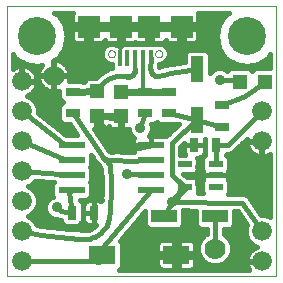
<source format=gtl>
G75*
%MOIN*%
%OFA0B0*%
%FSLAX24Y24*%
%IPPOS*%
%LPD*%
%AMOC8*
5,1,8,0,0,1.08239X$1,22.5*
%
%ADD10C,0.0000*%
%ADD11R,0.0870X0.0240*%
%ADD12R,0.0472X0.0315*%
%ADD13R,0.0420X0.0860*%
%ADD14R,0.0315X0.0472*%
%ADD15R,0.0472X0.0472*%
%ADD16R,0.0472X0.0217*%
%ADD17C,0.1266*%
%ADD18R,0.0906X0.0630*%
%ADD19R,0.0157X0.0531*%
%ADD20R,0.0748X0.0748*%
%ADD21C,0.0660*%
%ADD22R,0.0860X0.0420*%
%ADD23C,0.0700*%
%ADD24C,0.0240*%
%ADD25C,0.0120*%
%ADD26C,0.0356*%
%ADD27C,0.0160*%
%ADD28C,0.0100*%
D10*
X000780Y000742D02*
X000780Y009742D01*
X009768Y009742D01*
X009768Y000742D01*
X000780Y000742D01*
X004156Y008156D02*
X004158Y008177D01*
X004164Y008197D01*
X004173Y008217D01*
X004185Y008234D01*
X004200Y008248D01*
X004218Y008260D01*
X004238Y008268D01*
X004258Y008273D01*
X004279Y008274D01*
X004300Y008271D01*
X004320Y008265D01*
X004339Y008254D01*
X004356Y008241D01*
X004369Y008225D01*
X004380Y008207D01*
X004388Y008187D01*
X004392Y008167D01*
X004392Y008145D01*
X004388Y008125D01*
X004380Y008105D01*
X004369Y008087D01*
X004356Y008071D01*
X004339Y008058D01*
X004320Y008047D01*
X004300Y008041D01*
X004279Y008038D01*
X004258Y008039D01*
X004238Y008044D01*
X004218Y008052D01*
X004200Y008064D01*
X004185Y008078D01*
X004173Y008095D01*
X004164Y008115D01*
X004158Y008135D01*
X004156Y008156D01*
X005730Y008156D02*
X005732Y008177D01*
X005738Y008197D01*
X005747Y008217D01*
X005759Y008234D01*
X005774Y008248D01*
X005792Y008260D01*
X005812Y008268D01*
X005832Y008273D01*
X005853Y008274D01*
X005874Y008271D01*
X005894Y008265D01*
X005913Y008254D01*
X005930Y008241D01*
X005943Y008225D01*
X005954Y008207D01*
X005962Y008187D01*
X005966Y008167D01*
X005966Y008145D01*
X005962Y008125D01*
X005954Y008105D01*
X005943Y008087D01*
X005930Y008071D01*
X005913Y008058D01*
X005894Y008047D01*
X005874Y008041D01*
X005853Y008038D01*
X005832Y008039D01*
X005812Y008044D01*
X005792Y008052D01*
X005774Y008064D01*
X005759Y008078D01*
X005747Y008095D01*
X005738Y008115D01*
X005732Y008135D01*
X005730Y008156D01*
D11*
X005594Y005123D03*
X005594Y004623D03*
X005594Y004123D03*
X005594Y003623D03*
X002944Y003623D03*
X002944Y004123D03*
X002944Y004623D03*
X002944Y005123D03*
D12*
X002980Y006188D03*
X002980Y006896D03*
X005380Y006896D03*
X005380Y006188D03*
X006180Y006188D03*
X006180Y006896D03*
X007943Y006441D03*
X007943Y005733D03*
D13*
X007131Y005953D03*
X007131Y007653D03*
D14*
X007038Y005116D03*
X007747Y005116D03*
X003673Y002856D03*
X002965Y002856D03*
D15*
X003790Y006079D03*
X004580Y006069D03*
X004580Y006895D03*
X003790Y006905D03*
X008546Y007223D03*
X009373Y007223D03*
D16*
X007742Y004475D03*
X007742Y004101D03*
X007742Y003727D03*
X006718Y003727D03*
X006718Y004475D03*
D17*
X008780Y008742D03*
X001780Y008742D03*
D18*
X003950Y001452D03*
X006430Y001452D03*
D19*
X005573Y008008D03*
X005317Y008008D03*
X005061Y008008D03*
X004805Y008008D03*
X004549Y008008D03*
D20*
X004589Y009061D03*
X005533Y009061D03*
X006616Y009061D03*
X003506Y009061D03*
D21*
X001280Y007242D03*
X001280Y006242D03*
X001280Y005242D03*
X001280Y004242D03*
X001280Y003242D03*
X001280Y002242D03*
X001280Y001242D03*
X009280Y001242D03*
X009280Y002242D03*
X009280Y005242D03*
X009280Y006242D03*
D22*
X007730Y002742D03*
X006030Y002742D03*
D23*
X007720Y001662D03*
X002350Y007422D03*
D24*
X002980Y006896D02*
X003790Y006905D01*
X004580Y006895D02*
X005380Y006896D01*
X006180Y006896D01*
X006718Y003727D02*
X006297Y003232D01*
X003950Y001452D02*
X003952Y001425D01*
X003950Y001399D01*
X003944Y001373D01*
X003934Y001348D01*
X003921Y001325D01*
X003905Y001303D01*
X003886Y001285D01*
X003865Y001269D01*
X003841Y001256D01*
X003816Y001247D01*
X003790Y001242D01*
D25*
X005380Y006896D02*
X005330Y006946D01*
X005330Y008008D01*
X005317Y008008D01*
X005061Y008008D02*
X005061Y007653D01*
X005060Y007652D01*
D26*
X005230Y005692D03*
X004218Y005514D03*
X004780Y004142D03*
X006297Y003232D03*
X007228Y003820D03*
X007225Y004371D03*
X007880Y007292D03*
X003318Y002464D03*
X002447Y003035D03*
D27*
X002576Y002906D01*
X002965Y002856D01*
X002865Y003544D01*
X002944Y003623D01*
X003218Y003293D02*
X003466Y003293D01*
X003589Y003416D01*
X003589Y003830D01*
X003546Y003873D01*
X003589Y003916D01*
X003589Y004330D01*
X003546Y004373D01*
X003589Y004416D01*
X003589Y004777D01*
X003736Y004566D01*
X003743Y004547D01*
X003761Y004527D01*
X003774Y004504D01*
X003784Y004497D01*
X003791Y004487D01*
X003807Y004476D01*
X003879Y004398D01*
X003886Y004374D01*
X003886Y004374D01*
X003927Y004327D01*
X003950Y003880D01*
X003955Y003554D01*
X003936Y003239D01*
X003900Y003260D01*
X003855Y003272D01*
X003673Y003272D01*
X003492Y003272D01*
X003446Y003260D01*
X003405Y003236D01*
X003372Y003203D01*
X003348Y003162D01*
X003336Y003116D01*
X003336Y002856D01*
X003336Y002596D01*
X003348Y002550D01*
X003372Y002509D01*
X003405Y002476D01*
X003446Y002452D01*
X003492Y002440D01*
X003673Y002440D01*
X003673Y002856D01*
X003336Y002856D01*
X003673Y002856D01*
X003673Y002856D01*
X003673Y002856D01*
X003673Y003272D01*
X003673Y002856D01*
X003673Y002856D01*
X003730Y003092D01*
X003673Y003120D02*
X003673Y003120D01*
X003673Y002961D02*
X003673Y002961D01*
X003673Y002856D02*
X003673Y002440D01*
X003741Y002440D01*
X003707Y002401D01*
X003527Y002296D01*
X003457Y002274D01*
X002957Y002304D01*
X001873Y002431D01*
X001779Y002448D01*
X001738Y002548D01*
X001586Y002700D01*
X001484Y002742D01*
X001586Y002784D01*
X001738Y002936D01*
X001820Y003135D01*
X001820Y003349D01*
X001738Y003548D01*
X001586Y003700D01*
X001484Y003742D01*
X001586Y003784D01*
X001721Y003920D01*
X002340Y003875D01*
X002342Y003873D01*
X002299Y003830D01*
X002299Y003416D01*
X002315Y003400D01*
X002227Y003364D01*
X002118Y003255D01*
X002059Y003112D01*
X002059Y002958D01*
X002118Y002815D01*
X002227Y002706D01*
X002370Y002647D01*
X002444Y002647D01*
X002448Y002645D01*
X002482Y002626D01*
X002501Y002623D01*
X002518Y002616D01*
X002557Y002616D01*
X002597Y002611D01*
X002597Y002533D01*
X002720Y002410D01*
X003209Y002410D01*
X003332Y002533D01*
X003332Y003179D01*
X003218Y003293D01*
X003233Y003278D02*
X003939Y003278D01*
X003948Y003437D02*
X003589Y003437D01*
X003589Y003595D02*
X003954Y003595D01*
X003952Y003754D02*
X003589Y003754D01*
X003585Y003912D02*
X003949Y003912D01*
X003940Y004071D02*
X003589Y004071D01*
X003589Y004229D02*
X003932Y004229D01*
X003882Y004388D02*
X003560Y004388D01*
X003589Y004546D02*
X003744Y004546D01*
X003639Y004705D02*
X003589Y004705D01*
X003996Y004700D02*
X004140Y004542D01*
X004210Y004462D02*
X004240Y003892D01*
X004780Y004142D02*
X005280Y004142D01*
X005594Y004123D01*
X005594Y003623D02*
X003580Y001242D01*
X003790Y001242D01*
X003580Y001242D02*
X001280Y001242D01*
X001764Y002486D02*
X002644Y002486D01*
X002759Y002327D02*
X003580Y002327D01*
X003673Y002486D02*
X003673Y002486D01*
X003673Y002644D02*
X003673Y002644D01*
X003673Y002803D02*
X003673Y002803D01*
X003336Y002803D02*
X003332Y002803D01*
X003490Y001982D02*
X003548Y001997D01*
X003605Y002015D01*
X003661Y002037D01*
X003716Y002063D01*
X003768Y002091D01*
X003819Y002123D01*
X003868Y002158D01*
X003914Y002196D01*
X003958Y002237D01*
X003999Y002281D01*
X004038Y002327D01*
X004073Y002375D01*
X004106Y002426D01*
X004135Y002478D01*
X004161Y002532D01*
X004609Y002010D02*
X007276Y002010D01*
X007245Y001979D02*
X007160Y001773D01*
X007160Y001551D01*
X007245Y001345D01*
X007403Y001187D01*
X007609Y001102D01*
X007831Y001102D01*
X008037Y001187D01*
X008195Y001345D01*
X008280Y001551D01*
X008280Y001773D01*
X008195Y001979D01*
X008037Y002137D01*
X008020Y002144D01*
X008020Y002322D01*
X008247Y002322D01*
X008370Y002445D01*
X008370Y002906D01*
X008475Y002905D01*
X008783Y002454D01*
X008740Y002349D01*
X008740Y002135D01*
X008822Y001936D01*
X008974Y001784D01*
X009117Y001725D01*
X009084Y001715D01*
X009013Y001678D01*
X008948Y001631D01*
X008891Y001574D01*
X008844Y001509D01*
X008807Y001438D01*
X008783Y001361D01*
X008770Y001282D01*
X008770Y001260D01*
X009262Y001260D01*
X009262Y001224D01*
X008770Y001224D01*
X008770Y001202D01*
X008783Y001123D01*
X008807Y001046D01*
X008844Y000975D01*
X008860Y000952D01*
X004515Y000952D01*
X004613Y001050D01*
X004613Y001854D01*
X004539Y001927D01*
X005390Y002933D01*
X005390Y002445D01*
X005513Y002322D01*
X006547Y002322D01*
X006670Y002445D01*
X006670Y002936D01*
X007090Y002928D01*
X007090Y002445D01*
X007213Y002322D01*
X007440Y002322D01*
X007440Y002152D01*
X007403Y002137D01*
X007245Y001979D01*
X007192Y001852D02*
X007042Y001852D01*
X007051Y001836D02*
X007027Y001877D01*
X006993Y001911D01*
X006952Y001935D01*
X006907Y001947D01*
X006508Y001947D01*
X006508Y001529D01*
X007063Y001529D01*
X007063Y001791D01*
X007051Y001836D01*
X007063Y001693D02*
X007160Y001693D01*
X007167Y001535D02*
X007063Y001535D01*
X007063Y001375D02*
X006508Y001375D01*
X006508Y001529D01*
X006353Y001529D01*
X006353Y001375D01*
X005797Y001375D01*
X005797Y001113D01*
X005810Y001068D01*
X005833Y001027D01*
X005867Y000993D01*
X005908Y000969D01*
X005954Y000957D01*
X006353Y000957D01*
X006353Y001375D01*
X006508Y001375D01*
X006508Y000957D01*
X006907Y000957D01*
X006952Y000969D01*
X006993Y000993D01*
X007027Y001027D01*
X007051Y001068D01*
X007063Y001113D01*
X007063Y001375D01*
X007063Y001218D02*
X007373Y001218D01*
X007232Y001376D02*
X006508Y001376D01*
X006353Y001376D02*
X004613Y001376D01*
X004613Y001218D02*
X005797Y001218D01*
X005815Y001059D02*
X004613Y001059D01*
X004613Y001535D02*
X005797Y001535D01*
X005797Y001529D02*
X006353Y001529D01*
X006353Y001947D01*
X005954Y001947D01*
X005908Y001935D01*
X005867Y001911D01*
X005833Y001877D01*
X005810Y001836D01*
X005797Y001791D01*
X005797Y001529D01*
X005797Y001693D02*
X004613Y001693D01*
X004613Y001852D02*
X005818Y001852D01*
X005508Y002327D02*
X004878Y002327D01*
X004744Y002169D02*
X007440Y002169D01*
X007208Y002327D02*
X006552Y002327D01*
X006670Y002486D02*
X007090Y002486D01*
X007090Y002644D02*
X006670Y002644D01*
X006670Y002803D02*
X007090Y002803D01*
X007730Y002742D02*
X007730Y001662D01*
X007720Y001662D01*
X008164Y002010D02*
X008792Y002010D01*
X008907Y001852D02*
X008248Y001852D01*
X008280Y001693D02*
X009042Y001693D01*
X008862Y001535D02*
X008273Y001535D01*
X008208Y001376D02*
X008787Y001376D01*
X008770Y001218D02*
X008067Y001218D01*
X008803Y001059D02*
X007046Y001059D01*
X006508Y001059D02*
X006353Y001059D01*
X006353Y001218D02*
X006508Y001218D01*
X006508Y001535D02*
X006353Y001535D01*
X006353Y001693D02*
X006508Y001693D01*
X006508Y001852D02*
X006353Y001852D01*
X006030Y002742D02*
X006297Y003232D01*
X008630Y003192D01*
X009280Y002242D01*
X008740Y002169D02*
X008020Y002169D01*
X008252Y002327D02*
X008740Y002327D01*
X008762Y002486D02*
X008370Y002486D01*
X008370Y002644D02*
X008654Y002644D01*
X008545Y002803D02*
X008370Y002803D01*
X008923Y003278D02*
X009558Y003278D01*
X009558Y003437D02*
X008795Y003437D01*
X008798Y003435D02*
X008768Y003448D01*
X008740Y003466D01*
X008716Y003471D01*
X008693Y003481D01*
X008659Y003482D01*
X008627Y003488D01*
X008602Y003483D01*
X008147Y003490D01*
X008188Y003532D01*
X008188Y003922D01*
X008155Y003956D01*
X008158Y003969D01*
X008158Y004101D01*
X008158Y004233D01*
X008155Y004246D01*
X008188Y004280D01*
X008188Y004670D01*
X008090Y004768D01*
X008114Y004792D01*
X008114Y004826D01*
X008211Y004826D01*
X008318Y004870D01*
X008777Y005329D01*
X008770Y005282D01*
X008770Y005260D01*
X009262Y005260D01*
X009262Y005224D01*
X009298Y005224D01*
X009298Y004732D01*
X009320Y004732D01*
X009399Y004745D01*
X009476Y004769D01*
X009547Y004806D01*
X009558Y004814D01*
X009558Y002711D01*
X009387Y002782D01*
X009262Y002782D01*
X008888Y003329D01*
X008879Y003352D01*
X008856Y003376D01*
X008837Y003403D01*
X008816Y003417D01*
X008798Y003435D01*
X009031Y003120D02*
X009558Y003120D01*
X009558Y002961D02*
X009139Y002961D01*
X009248Y002803D02*
X009558Y002803D01*
X009558Y003595D02*
X008188Y003595D01*
X008188Y003754D02*
X009558Y003754D01*
X009558Y003912D02*
X008188Y003912D01*
X008158Y004071D02*
X009558Y004071D01*
X009558Y004229D02*
X008158Y004229D01*
X008158Y004101D02*
X007742Y004101D01*
X007742Y004101D01*
X008158Y004101D01*
X008188Y004388D02*
X009558Y004388D01*
X009558Y004546D02*
X008188Y004546D01*
X008154Y004705D02*
X009558Y004705D01*
X009262Y004732D02*
X009262Y005224D01*
X008770Y005224D01*
X008770Y005202D01*
X008783Y005123D01*
X008807Y005046D01*
X008844Y004975D01*
X008891Y004910D01*
X008948Y004853D01*
X009013Y004806D01*
X009084Y004769D01*
X009161Y004745D01*
X009240Y004732D01*
X009262Y004732D01*
X009262Y004863D02*
X009298Y004863D01*
X009298Y005022D02*
X009262Y005022D01*
X009262Y005180D02*
X009298Y005180D01*
X008938Y004863D02*
X008302Y004863D01*
X008470Y005022D02*
X008820Y005022D01*
X008773Y005180D02*
X008628Y005180D01*
X008154Y005116D02*
X009280Y006242D01*
X008730Y006742D02*
X009373Y007223D01*
X008959Y007579D02*
X008869Y007669D01*
X008223Y007669D01*
X008137Y007584D01*
X008100Y007621D01*
X007957Y007680D01*
X007803Y007680D01*
X007660Y007621D01*
X007551Y007512D01*
X007551Y008170D01*
X007428Y008293D01*
X006834Y008293D01*
X006711Y008170D01*
X006711Y007895D01*
X006060Y007778D01*
X005862Y007728D01*
X005862Y007827D01*
X005914Y007827D01*
X006034Y007877D01*
X006127Y007970D01*
X006177Y008090D01*
X006177Y008221D01*
X006127Y008341D01*
X006034Y008434D01*
X005914Y008484D01*
X005783Y008484D01*
X005752Y008471D01*
X005739Y008484D01*
X004639Y008484D01*
X004609Y008454D01*
X004549Y008454D01*
X004447Y008454D01*
X004425Y008448D01*
X004339Y008484D01*
X004208Y008484D01*
X004088Y008434D01*
X003995Y008341D01*
X003945Y008221D01*
X003945Y008090D01*
X003995Y007970D01*
X004088Y007877D01*
X004208Y007827D01*
X004290Y007827D01*
X004290Y007718D01*
X004300Y007684D01*
X004224Y007674D01*
X003872Y007492D01*
X003872Y007492D01*
X003741Y007352D01*
X003467Y007352D01*
X003346Y007230D01*
X003337Y007230D01*
X003303Y007264D01*
X002856Y007264D01*
X002867Y007298D01*
X002880Y007380D01*
X002880Y007402D01*
X002370Y007402D01*
X002370Y007442D01*
X002330Y007442D01*
X002330Y007926D01*
X002490Y008032D01*
X002707Y008358D01*
X002784Y008742D01*
X002707Y009126D01*
X002490Y009452D01*
X002369Y009532D01*
X002980Y009532D01*
X002964Y009505D01*
X002952Y009459D01*
X002952Y009141D01*
X003426Y009141D01*
X003426Y008981D01*
X003586Y008981D01*
X003586Y009141D01*
X004509Y009141D01*
X004509Y008981D01*
X004669Y008981D01*
X004669Y009141D01*
X005143Y009141D01*
X005453Y009141D01*
X005453Y008981D01*
X004669Y008981D01*
X004669Y008507D01*
X004986Y008507D01*
X005032Y008519D01*
X005061Y008536D01*
X005090Y008519D01*
X005136Y008507D01*
X005453Y008507D01*
X005453Y008981D01*
X005613Y008981D01*
X005613Y008507D01*
X005931Y008507D01*
X005977Y008519D01*
X006018Y008543D01*
X006051Y008576D01*
X006075Y008617D01*
X006098Y008576D01*
X006132Y008543D01*
X006173Y008519D01*
X006218Y008507D01*
X006536Y008507D01*
X006536Y008981D01*
X005613Y008981D01*
X005613Y009141D01*
X006087Y009141D01*
X006536Y009141D01*
X006536Y008981D01*
X006696Y008981D01*
X006696Y008507D01*
X007014Y008507D01*
X007060Y008519D01*
X007101Y008543D01*
X007134Y008576D01*
X007158Y008618D01*
X007170Y008663D01*
X007170Y008981D01*
X006696Y008981D01*
X006696Y009141D01*
X007170Y009141D01*
X007170Y009459D01*
X007158Y009505D01*
X007142Y009532D01*
X008191Y009532D01*
X008070Y009452D01*
X007853Y009126D01*
X007776Y008742D01*
X007853Y008358D01*
X008070Y008032D01*
X008396Y007815D01*
X008780Y007738D01*
X009164Y007815D01*
X009490Y008032D01*
X009558Y008135D01*
X009558Y007669D01*
X009050Y007669D01*
X008959Y007579D01*
X009254Y007875D02*
X009558Y007875D01*
X009558Y008033D02*
X009490Y008033D01*
X009558Y007716D02*
X007551Y007716D01*
X007551Y007558D02*
X007597Y007558D01*
X007880Y007292D02*
X008477Y007292D01*
X008546Y007223D01*
X008730Y006742D02*
X007943Y006441D01*
X007943Y005733D02*
X007131Y005953D01*
X006180Y006188D01*
X006459Y005820D02*
X005857Y005820D01*
X005780Y005897D01*
X005703Y005820D01*
X005597Y005820D01*
X005618Y005769D01*
X005618Y005615D01*
X005559Y005472D01*
X005510Y005423D01*
X005594Y005423D01*
X005594Y005123D01*
X005594Y005123D01*
X005594Y005423D01*
X006053Y005423D01*
X006091Y005413D01*
X006116Y005438D01*
X006120Y005440D01*
X006512Y005807D01*
X006459Y005820D01*
X006484Y005814D02*
X005600Y005814D01*
X005618Y005656D02*
X006350Y005656D01*
X006181Y005497D02*
X005569Y005497D01*
X005594Y005339D02*
X005594Y005339D01*
X005594Y005180D02*
X005594Y005180D01*
X005594Y005123D02*
X005594Y005123D01*
X004979Y005123D01*
X004979Y005267D01*
X004991Y005312D01*
X005015Y005354D01*
X005020Y005359D01*
X005010Y005363D01*
X004901Y005472D01*
X004842Y005615D01*
X004842Y005653D01*
X004840Y005652D01*
X004618Y005652D01*
X004618Y006030D01*
X004542Y006030D01*
X004542Y005652D01*
X004320Y005652D01*
X004274Y005665D01*
X004233Y005688D01*
X004200Y005722D01*
X004182Y005752D01*
X004170Y005732D01*
X004137Y005698D01*
X004096Y005675D01*
X004050Y005662D01*
X003828Y005662D01*
X003828Y006040D01*
X003752Y006040D01*
X003752Y005662D01*
X003685Y005662D01*
X003724Y005605D01*
X004201Y004913D01*
X004243Y004897D01*
X004296Y004893D01*
X004311Y004895D01*
X004342Y004905D01*
X004361Y004904D01*
X004379Y004908D01*
X004415Y004901D01*
X004692Y004887D01*
X005009Y004890D01*
X005014Y004895D01*
X004991Y004934D01*
X004979Y004979D01*
X004979Y005123D01*
X005594Y005123D01*
X005230Y005692D02*
X005380Y006188D01*
X004651Y005033D02*
X004587Y005063D01*
X004524Y005097D01*
X004464Y005134D01*
X004406Y005175D01*
X004350Y005219D01*
X004297Y005266D01*
X004247Y005316D01*
X004199Y005368D01*
X004155Y005423D01*
X004113Y005481D01*
X004075Y005541D01*
X004041Y005602D01*
X004040Y005602D02*
X003790Y006079D01*
X004580Y006069D01*
X004542Y006107D02*
X004542Y006031D01*
X004206Y006031D01*
X004206Y006041D01*
X003828Y006041D01*
X003828Y006117D01*
X004164Y006117D01*
X004164Y006107D01*
X004542Y006107D01*
X004542Y005973D02*
X004618Y005973D01*
X004618Y005814D02*
X004542Y005814D01*
X004542Y005656D02*
X004618Y005656D01*
X004891Y005497D02*
X003799Y005497D01*
X003908Y005339D02*
X005006Y005339D01*
X004979Y005180D02*
X004017Y005180D01*
X004127Y005022D02*
X004979Y005022D01*
X004380Y004612D02*
X004340Y004605D01*
X004299Y004602D01*
X004259Y004603D01*
X004218Y004607D01*
X004178Y004614D01*
X004139Y004625D01*
X004101Y004639D01*
X004064Y004656D01*
X004029Y004676D01*
X003996Y004700D01*
X004141Y004542D02*
X004148Y004521D01*
X004160Y004503D01*
X004174Y004486D01*
X004191Y004472D01*
X004210Y004462D01*
X003123Y005453D02*
X002754Y005453D01*
X001820Y006187D01*
X001820Y006349D01*
X001738Y006548D01*
X001586Y006700D01*
X001443Y006759D01*
X001476Y006769D01*
X001547Y006806D01*
X001612Y006853D01*
X001669Y006910D01*
X001716Y006975D01*
X001753Y007046D01*
X001777Y007123D01*
X001790Y007202D01*
X001790Y007224D01*
X001298Y007224D01*
X001298Y007260D01*
X001262Y007260D01*
X001262Y007752D01*
X001240Y007752D01*
X001161Y007739D01*
X001084Y007715D01*
X001013Y007678D01*
X000990Y007662D01*
X000990Y008152D01*
X001070Y008032D01*
X001396Y007815D01*
X001780Y007738D01*
X001951Y007772D01*
X001946Y007767D01*
X001897Y007700D01*
X001859Y007625D01*
X001833Y007546D01*
X001820Y007464D01*
X001820Y007442D01*
X002330Y007442D01*
X002330Y007402D01*
X001820Y007402D01*
X001820Y007380D01*
X001833Y007298D01*
X001859Y007219D01*
X001897Y007144D01*
X001946Y007077D01*
X002005Y007018D01*
X002072Y006969D01*
X002147Y006931D01*
X002226Y006905D01*
X002308Y006892D01*
X002330Y006892D01*
X002330Y007402D01*
X002370Y007402D01*
X002370Y006892D01*
X002392Y006892D01*
X002474Y006905D01*
X002534Y006924D01*
X002534Y006652D01*
X002644Y006542D01*
X002534Y006432D01*
X002534Y006327D01*
X002516Y006260D01*
X002529Y006158D01*
X002534Y006149D01*
X002534Y005943D01*
X002657Y005820D01*
X002877Y005820D01*
X003123Y005453D01*
X003093Y005497D02*
X002698Y005497D01*
X002496Y005656D02*
X002987Y005656D01*
X002881Y005814D02*
X002294Y005814D01*
X002092Y005973D02*
X002534Y005973D01*
X002534Y006131D02*
X001891Y006131D01*
X001820Y006290D02*
X002523Y006290D01*
X002550Y006448D02*
X001779Y006448D01*
X001679Y006607D02*
X002579Y006607D01*
X002534Y006765D02*
X001462Y006765D01*
X001679Y006924D02*
X002169Y006924D01*
X002330Y006924D02*
X002370Y006924D01*
X002531Y006924D02*
X002534Y006924D01*
X002370Y007082D02*
X002330Y007082D01*
X002330Y007241D02*
X002370Y007241D01*
X002370Y007399D02*
X002330Y007399D01*
X002370Y007442D02*
X002370Y007952D01*
X002392Y007952D01*
X002474Y007939D01*
X002553Y007913D01*
X002628Y007875D01*
X002695Y007826D01*
X002754Y007767D01*
X002803Y007700D01*
X002841Y007625D01*
X002867Y007546D01*
X002880Y007464D01*
X002880Y007442D01*
X002370Y007442D01*
X002370Y007558D02*
X002330Y007558D01*
X002330Y007716D02*
X002370Y007716D01*
X002370Y007875D02*
X002330Y007875D01*
X002490Y008033D02*
X003969Y008033D01*
X004095Y007875D02*
X002629Y007875D01*
X002792Y007716D02*
X004291Y007716D01*
X004224Y007674D02*
X004224Y007674D01*
X003998Y007558D02*
X002863Y007558D01*
X002880Y007399D02*
X003785Y007399D01*
X003356Y007241D02*
X003327Y007241D01*
X003945Y008192D02*
X002596Y008192D01*
X002702Y008350D02*
X004004Y008350D01*
X003949Y008519D02*
X003990Y008543D01*
X004024Y008576D01*
X004047Y008617D01*
X004071Y008576D01*
X004104Y008543D01*
X004145Y008519D01*
X004191Y008507D01*
X004509Y008507D01*
X004509Y008981D01*
X004035Y008981D01*
X003586Y008981D01*
X003586Y008507D01*
X003904Y008507D01*
X003949Y008519D01*
X003909Y008509D02*
X004185Y008509D01*
X004509Y008509D02*
X004669Y008509D01*
X004549Y008454D02*
X004549Y008393D01*
X004549Y008454D01*
X004549Y008393D02*
X004549Y008393D01*
X004509Y008667D02*
X004669Y008667D01*
X004669Y008826D02*
X004509Y008826D01*
X004509Y008984D02*
X003586Y008984D01*
X003586Y008826D02*
X003426Y008826D01*
X003426Y008981D02*
X003426Y008507D01*
X003108Y008507D01*
X003062Y008519D01*
X003021Y008543D01*
X002988Y008576D01*
X002964Y008618D01*
X002952Y008663D01*
X002952Y008981D01*
X003426Y008981D01*
X003426Y008984D02*
X002736Y008984D01*
X002767Y008826D02*
X002952Y008826D01*
X002952Y008667D02*
X002769Y008667D01*
X002737Y008509D02*
X003103Y008509D01*
X003426Y008509D02*
X003586Y008509D01*
X003586Y008667D02*
X003426Y008667D01*
X002952Y009143D02*
X002696Y009143D01*
X002590Y009301D02*
X002952Y009301D01*
X002952Y009460D02*
X002478Y009460D01*
X001070Y008033D02*
X000990Y008033D01*
X000990Y007875D02*
X001306Y007875D01*
X001298Y007752D02*
X001298Y007260D01*
X001790Y007260D01*
X001790Y007282D01*
X001777Y007361D01*
X001753Y007438D01*
X001716Y007509D01*
X001669Y007574D01*
X001612Y007631D01*
X001547Y007678D01*
X001476Y007715D01*
X001399Y007739D01*
X001320Y007752D01*
X001298Y007752D01*
X001298Y007716D02*
X001262Y007716D01*
X001262Y007558D02*
X001298Y007558D01*
X001298Y007399D02*
X001262Y007399D01*
X001298Y007241D02*
X001852Y007241D01*
X001764Y007082D02*
X001942Y007082D01*
X001820Y007399D02*
X001765Y007399D01*
X001837Y007558D02*
X001681Y007558D01*
X001472Y007716D02*
X001908Y007716D01*
X001088Y007716D02*
X000990Y007716D01*
X001280Y006242D02*
X002680Y005142D01*
X002944Y005123D01*
X002944Y004623D02*
X002680Y004642D01*
X001280Y005242D01*
X001280Y004242D02*
X002944Y004123D01*
X002299Y003754D02*
X001512Y003754D01*
X001691Y003595D02*
X002299Y003595D01*
X002299Y003437D02*
X001784Y003437D01*
X001820Y003278D02*
X002141Y003278D01*
X002062Y003120D02*
X001814Y003120D01*
X001748Y002961D02*
X002059Y002961D01*
X002131Y002803D02*
X001604Y002803D01*
X001642Y002644D02*
X002450Y002644D01*
X003285Y002486D02*
X003396Y002486D01*
X003336Y002644D02*
X003332Y002644D01*
X003332Y002961D02*
X003336Y002961D01*
X003332Y003120D02*
X003337Y003120D01*
X001829Y003912D02*
X001714Y003912D01*
X004241Y003892D02*
X004245Y003722D01*
X004246Y003551D01*
X004242Y003381D01*
X004234Y003210D01*
X004222Y003040D01*
X004206Y002870D01*
X004185Y002701D01*
X004161Y002532D01*
X005012Y002486D02*
X005390Y002486D01*
X005390Y002644D02*
X005146Y002644D01*
X005280Y002803D02*
X005390Y002803D01*
X006280Y004115D02*
X006718Y003727D01*
X006806Y004045D02*
X006790Y004050D01*
X006670Y004157D01*
X007041Y004157D01*
X007164Y004280D01*
X007164Y004670D01*
X007135Y004699D01*
X007219Y004699D01*
X007265Y004712D01*
X007306Y004735D01*
X007340Y004769D01*
X007363Y004810D01*
X007376Y004856D01*
X007376Y005116D01*
X007376Y005313D01*
X007379Y005313D01*
X007379Y004792D01*
X007399Y004773D01*
X007296Y004670D01*
X007296Y004280D01*
X007329Y004246D01*
X007326Y004233D01*
X007326Y004101D01*
X007326Y003969D01*
X007329Y003956D01*
X007296Y003922D01*
X007296Y003532D01*
X007323Y003504D01*
X007140Y003508D01*
X007164Y003532D01*
X007164Y003922D01*
X007041Y004045D01*
X006806Y004045D01*
X006768Y004071D02*
X007326Y004071D01*
X007326Y004101D02*
X007742Y004101D01*
X007742Y004101D01*
X007326Y004101D01*
X007326Y004229D02*
X007114Y004229D01*
X007164Y004388D02*
X007296Y004388D01*
X007296Y004546D02*
X007164Y004546D01*
X007238Y004705D02*
X007330Y004705D01*
X007376Y004863D02*
X007379Y004863D01*
X007376Y005022D02*
X007379Y005022D01*
X007376Y005116D02*
X007038Y005116D01*
X007038Y005116D01*
X006701Y005116D01*
X006701Y005189D01*
X006570Y005066D01*
X006570Y004793D01*
X006722Y004793D01*
X006713Y004810D01*
X006701Y004856D01*
X006701Y005116D01*
X007038Y005116D01*
X007376Y005116D01*
X007376Y005180D02*
X007379Y005180D01*
X007038Y005116D02*
X007038Y005116D01*
X006701Y005180D02*
X006691Y005180D01*
X006701Y005022D02*
X006570Y005022D01*
X006570Y004863D02*
X006701Y004863D01*
X006280Y005192D02*
X006280Y004115D01*
X007164Y003912D02*
X007296Y003912D01*
X007296Y003754D02*
X007164Y003754D01*
X007164Y003595D02*
X007296Y003595D01*
X007742Y004475D02*
X007747Y004480D01*
X007747Y005116D01*
X008154Y005116D01*
X007131Y005953D02*
X007091Y005953D01*
X006280Y005192D01*
X005594Y005123D02*
X005519Y005097D01*
X005442Y005074D01*
X005365Y005055D01*
X005286Y005039D01*
X005208Y005026D01*
X005128Y005017D01*
X005049Y005011D01*
X004969Y005008D01*
X004889Y005009D01*
X004809Y005013D01*
X004729Y005021D01*
X004650Y005032D01*
X004308Y005656D02*
X003690Y005656D01*
X003752Y005814D02*
X003828Y005814D01*
X003828Y005973D02*
X003752Y005973D01*
X003790Y006906D02*
X003814Y006956D01*
X003841Y007005D01*
X003871Y007052D01*
X003904Y007097D01*
X003940Y007139D01*
X003978Y007180D01*
X004019Y007217D01*
X004063Y007252D01*
X004109Y007284D01*
X004156Y007313D01*
X004206Y007338D01*
X004257Y007361D01*
X004309Y007380D01*
X004363Y007395D01*
X004418Y007407D01*
X004473Y007415D01*
X004528Y007420D01*
X004584Y007421D01*
X004640Y007418D01*
X004695Y007412D01*
X004750Y007402D01*
X004750Y007403D02*
X004780Y007398D01*
X004811Y007397D01*
X004841Y007400D01*
X004871Y007406D01*
X004899Y007415D01*
X004927Y007428D01*
X004953Y007445D01*
X004976Y007464D01*
X004997Y007485D01*
X005016Y007509D01*
X005031Y007535D01*
X005044Y007563D01*
X005053Y007592D01*
X005058Y007622D01*
X005060Y007652D01*
X005570Y007662D02*
X005573Y008008D01*
X005570Y007662D02*
X005572Y007632D01*
X005577Y007602D01*
X005586Y007573D01*
X005598Y007545D01*
X005614Y007519D01*
X005632Y007495D01*
X005654Y007473D01*
X005678Y007454D01*
X005704Y007439D01*
X005731Y007426D01*
X005760Y007417D01*
X005790Y007412D01*
X006060Y007778D02*
X006060Y007778D01*
X006027Y007875D02*
X006599Y007875D01*
X006711Y008033D02*
X006153Y008033D01*
X006177Y008192D02*
X006733Y008192D01*
X006696Y008509D02*
X006536Y008509D01*
X006536Y008667D02*
X006696Y008667D01*
X006696Y008826D02*
X006536Y008826D01*
X006536Y008984D02*
X005613Y008984D01*
X005613Y008826D02*
X005453Y008826D01*
X005453Y008984D02*
X004669Y008984D01*
X004992Y008509D02*
X005130Y008509D01*
X005453Y008509D02*
X005613Y008509D01*
X005613Y008667D02*
X005453Y008667D01*
X005937Y008509D02*
X006213Y008509D01*
X006118Y008350D02*
X007858Y008350D01*
X007964Y008192D02*
X007529Y008192D01*
X007551Y008033D02*
X008070Y008033D01*
X008306Y007875D02*
X007551Y007875D01*
X007823Y008509D02*
X007019Y008509D01*
X007170Y008667D02*
X007791Y008667D01*
X007793Y008826D02*
X007170Y008826D01*
X007170Y009143D02*
X007864Y009143D01*
X007970Y009301D02*
X007170Y009301D01*
X007170Y009460D02*
X008082Y009460D01*
X007824Y008984D02*
X006696Y008984D01*
X005594Y004623D02*
X005421Y004610D01*
X005247Y004601D01*
X005074Y004596D01*
X004900Y004594D01*
X004727Y004596D01*
X004553Y004602D01*
X004380Y004612D01*
X005789Y007412D02*
X006011Y007465D01*
X006233Y007512D01*
X006456Y007555D01*
X006680Y007592D01*
X006905Y007625D01*
X007130Y007653D01*
X003490Y001982D02*
X003173Y001998D01*
X002855Y002021D01*
X002538Y002051D01*
X002222Y002088D01*
X001907Y002133D01*
X001593Y002184D01*
X001280Y002242D01*
X003997Y004701D02*
X002981Y006188D01*
D28*
X002980Y006188D02*
X002780Y006242D01*
X007742Y003727D02*
X007780Y003742D01*
M02*

</source>
